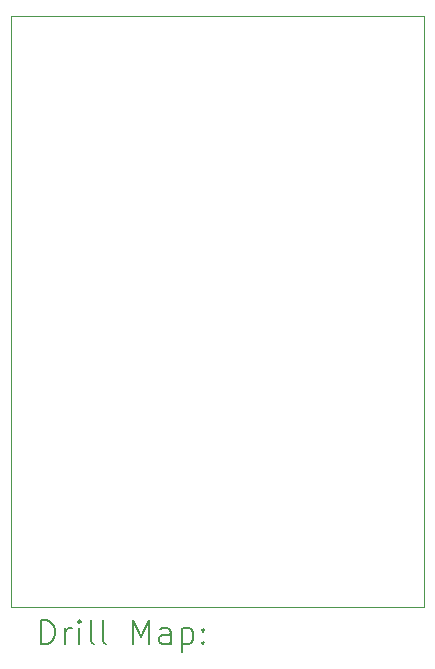
<source format=gbr>
%TF.GenerationSoftware,KiCad,Pcbnew,7.0.6*%
%TF.CreationDate,2023-10-04T20:15:48-05:00*%
%TF.ProjectId,qvadrans_adapter_board,71766164-7261-46e7-935f-616461707465,rev?*%
%TF.SameCoordinates,Original*%
%TF.FileFunction,Drillmap*%
%TF.FilePolarity,Positive*%
%FSLAX45Y45*%
G04 Gerber Fmt 4.5, Leading zero omitted, Abs format (unit mm)*
G04 Created by KiCad (PCBNEW 7.0.6) date 2023-10-04 20:15:48*
%MOMM*%
%LPD*%
G01*
G04 APERTURE LIST*
%ADD10C,0.100000*%
%ADD11C,0.200000*%
G04 APERTURE END LIST*
D10*
X15397500Y-8085000D02*
X15397500Y-13085000D01*
X15397500Y-13085000D02*
X11897500Y-13085000D01*
X11897500Y-8085000D02*
X15397500Y-8085000D01*
X11897500Y-13085000D02*
X11897500Y-8085000D01*
D11*
X12153277Y-13401484D02*
X12153277Y-13201484D01*
X12153277Y-13201484D02*
X12200896Y-13201484D01*
X12200896Y-13201484D02*
X12229467Y-13211008D01*
X12229467Y-13211008D02*
X12248515Y-13230055D01*
X12248515Y-13230055D02*
X12258039Y-13249103D01*
X12258039Y-13249103D02*
X12267562Y-13287198D01*
X12267562Y-13287198D02*
X12267562Y-13315769D01*
X12267562Y-13315769D02*
X12258039Y-13353865D01*
X12258039Y-13353865D02*
X12248515Y-13372912D01*
X12248515Y-13372912D02*
X12229467Y-13391960D01*
X12229467Y-13391960D02*
X12200896Y-13401484D01*
X12200896Y-13401484D02*
X12153277Y-13401484D01*
X12353277Y-13401484D02*
X12353277Y-13268150D01*
X12353277Y-13306246D02*
X12362801Y-13287198D01*
X12362801Y-13287198D02*
X12372324Y-13277674D01*
X12372324Y-13277674D02*
X12391372Y-13268150D01*
X12391372Y-13268150D02*
X12410420Y-13268150D01*
X12477086Y-13401484D02*
X12477086Y-13268150D01*
X12477086Y-13201484D02*
X12467562Y-13211008D01*
X12467562Y-13211008D02*
X12477086Y-13220531D01*
X12477086Y-13220531D02*
X12486610Y-13211008D01*
X12486610Y-13211008D02*
X12477086Y-13201484D01*
X12477086Y-13201484D02*
X12477086Y-13220531D01*
X12600896Y-13401484D02*
X12581848Y-13391960D01*
X12581848Y-13391960D02*
X12572324Y-13372912D01*
X12572324Y-13372912D02*
X12572324Y-13201484D01*
X12705658Y-13401484D02*
X12686610Y-13391960D01*
X12686610Y-13391960D02*
X12677086Y-13372912D01*
X12677086Y-13372912D02*
X12677086Y-13201484D01*
X12934229Y-13401484D02*
X12934229Y-13201484D01*
X12934229Y-13201484D02*
X13000896Y-13344341D01*
X13000896Y-13344341D02*
X13067562Y-13201484D01*
X13067562Y-13201484D02*
X13067562Y-13401484D01*
X13248515Y-13401484D02*
X13248515Y-13296722D01*
X13248515Y-13296722D02*
X13238991Y-13277674D01*
X13238991Y-13277674D02*
X13219943Y-13268150D01*
X13219943Y-13268150D02*
X13181848Y-13268150D01*
X13181848Y-13268150D02*
X13162801Y-13277674D01*
X13248515Y-13391960D02*
X13229467Y-13401484D01*
X13229467Y-13401484D02*
X13181848Y-13401484D01*
X13181848Y-13401484D02*
X13162801Y-13391960D01*
X13162801Y-13391960D02*
X13153277Y-13372912D01*
X13153277Y-13372912D02*
X13153277Y-13353865D01*
X13153277Y-13353865D02*
X13162801Y-13334817D01*
X13162801Y-13334817D02*
X13181848Y-13325293D01*
X13181848Y-13325293D02*
X13229467Y-13325293D01*
X13229467Y-13325293D02*
X13248515Y-13315769D01*
X13343753Y-13268150D02*
X13343753Y-13468150D01*
X13343753Y-13277674D02*
X13362801Y-13268150D01*
X13362801Y-13268150D02*
X13400896Y-13268150D01*
X13400896Y-13268150D02*
X13419943Y-13277674D01*
X13419943Y-13277674D02*
X13429467Y-13287198D01*
X13429467Y-13287198D02*
X13438991Y-13306246D01*
X13438991Y-13306246D02*
X13438991Y-13363388D01*
X13438991Y-13363388D02*
X13429467Y-13382436D01*
X13429467Y-13382436D02*
X13419943Y-13391960D01*
X13419943Y-13391960D02*
X13400896Y-13401484D01*
X13400896Y-13401484D02*
X13362801Y-13401484D01*
X13362801Y-13401484D02*
X13343753Y-13391960D01*
X13524705Y-13382436D02*
X13534229Y-13391960D01*
X13534229Y-13391960D02*
X13524705Y-13401484D01*
X13524705Y-13401484D02*
X13515182Y-13391960D01*
X13515182Y-13391960D02*
X13524705Y-13382436D01*
X13524705Y-13382436D02*
X13524705Y-13401484D01*
X13524705Y-13277674D02*
X13534229Y-13287198D01*
X13534229Y-13287198D02*
X13524705Y-13296722D01*
X13524705Y-13296722D02*
X13515182Y-13287198D01*
X13515182Y-13287198D02*
X13524705Y-13277674D01*
X13524705Y-13277674D02*
X13524705Y-13296722D01*
M02*

</source>
